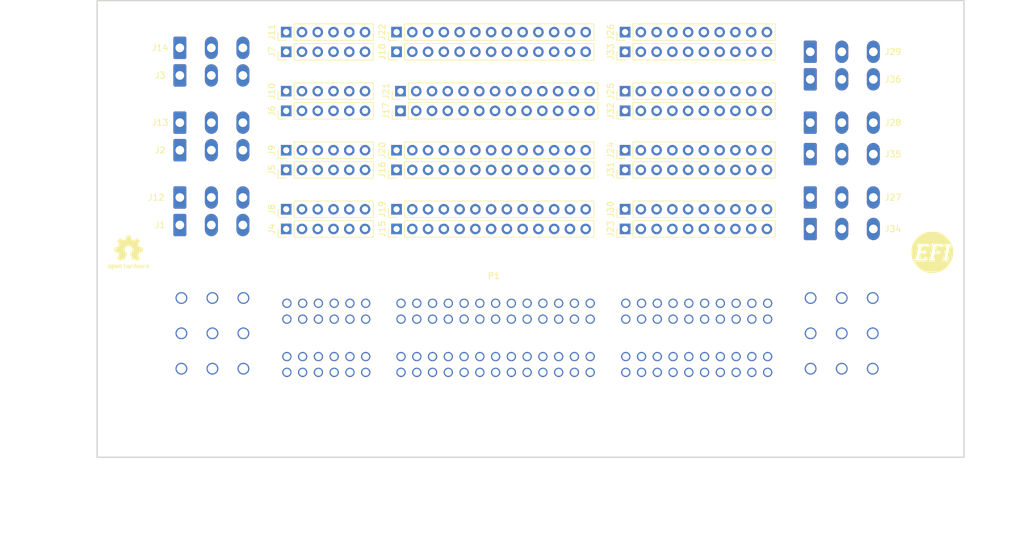
<source format=kicad_pcb>
(kicad_pcb (version 20171130) (host pcbnew "(5.1.4)-1")
  (title_block (title "Breakout board") (date 2019-11-04) (rev R0.1))
  (layers (0 F.Cu signal) (31 B.Cu signal) (34 B.Paste user) (35 F.Paste user) (36 B.SilkS user) (37 F.SilkS user) (38 B.Mask user) (39 F.Mask user) (44 Edge.Cuts user))
  (net 0 "")
  (net 1 "Net-(J1-Pad3)")
  (net 2 "Net-(J1-Pad2)")
  (net 3 "Net-(J1-Pad1)")
  (net 4 "Net-(J5-Pad6)")
  (net 5 "Net-(J5-Pad5)")
  (net 6 "Net-(J5-Pad4)")
  (net 7 "Net-(J5-Pad3)")
  (net 8 "Net-(J5-Pad2)")
  (net 9 "Net-(J5-Pad1)")
  (net 10 "Net-(J11-Pad6)")
  (net 11 "Net-(J11-Pad5)")
  (net 12 "Net-(J11-Pad4)")
  (net 13 "Net-(J11-Pad3)")
  (net 14 "Net-(J11-Pad2)")
  (net 15 "Net-(J11-Pad1)")
  (net 16 "Net-(J10-Pad6)")
  (net 17 "Net-(J10-Pad5)")
  (net 18 "Net-(J10-Pad4)")
  (net 19 "Net-(J10-Pad3)")
  (net 20 "Net-(J10-Pad2)")
  (net 21 "Net-(J10-Pad1)")
  (net 22 "Net-(J13-Pad3)")
  (net 23 "Net-(J13-Pad2)")
  (net 24 "Net-(J13-Pad1)")
  (net 25 "Net-(J14-Pad1)")
  (net 26 "Net-(J14-Pad2)")
  (net 27 "Net-(J14-Pad3)")
  (net 28 "Net-(J4-Pad6)")
  (net 29 "Net-(J4-Pad5)")
  (net 30 "Net-(J4-Pad4)")
  (net 31 "Net-(J4-Pad3)")
  (net 32 "Net-(J4-Pad2)")
  (net 33 "Net-(J4-Pad1)")
  (net 34 "Net-(J15-Pad13)")
  (net 35 "Net-(J15-Pad12)")
  (net 36 "Net-(J15-Pad11)")
  (net 37 "Net-(J15-Pad10)")
  (net 38 "Net-(J15-Pad9)")
  (net 39 "Net-(J15-Pad8)")
  (net 40 "Net-(J15-Pad7)")
  (net 41 "Net-(J15-Pad6)")
  (net 42 "Net-(J15-Pad5)")
  (net 43 "Net-(J15-Pad4)")
  (net 44 "Net-(J15-Pad3)")
  (net 45 "Net-(J15-Pad2)")
  (net 46 "Net-(J15-Pad1)")
  (net 47 "Net-(J16-Pad13)")
  (net 48 "Net-(J16-Pad12)")
  (net 49 "Net-(J16-Pad11)")
  (net 50 "Net-(J16-Pad10)")
  (net 51 "Net-(J16-Pad9)")
  (net 52 "Net-(J16-Pad8)")
  (net 53 "Net-(J16-Pad7)")
  (net 54 "Net-(J16-Pad6)")
  (net 55 "Net-(J16-Pad5)")
  (net 56 "Net-(J16-Pad4)")
  (net 57 "Net-(J16-Pad3)")
  (net 58 "Net-(J16-Pad2)")
  (net 59 "Net-(J16-Pad1)")
  (net 60 "Net-(J17-Pad1)")
  (net 61 "Net-(J17-Pad2)")
  (net 62 "Net-(J17-Pad3)")
  (net 63 "Net-(J17-Pad4)")
  (net 64 "Net-(J17-Pad5)")
  (net 65 "Net-(J17-Pad6)")
  (net 66 "Net-(J17-Pad7)")
  (net 67 "Net-(J17-Pad8)")
  (net 68 "Net-(J17-Pad9)")
  (net 69 "Net-(J17-Pad10)")
  (net 70 "Net-(J17-Pad11)")
  (net 71 "Net-(J17-Pad12)")
  (net 72 "Net-(J17-Pad13)")
  (net 73 "Net-(J18-Pad1)")
  (net 74 "Net-(J18-Pad2)")
  (net 75 "Net-(J18-Pad3)")
  (net 76 "Net-(J18-Pad4)")
  (net 77 "Net-(J18-Pad5)")
  (net 78 "Net-(J18-Pad6)")
  (net 79 "Net-(J18-Pad7)")
  (net 80 "Net-(J18-Pad8)")
  (net 81 "Net-(J18-Pad9)")
  (net 82 "Net-(J18-Pad10)")
  (net 83 "Net-(J18-Pad11)")
  (net 84 "Net-(J18-Pad12)")
  (net 85 "Net-(J18-Pad13)")
  (net 86 "Net-(J23-Pad10)")
  (net 87 "Net-(J23-Pad9)")
  (net 88 "Net-(J23-Pad8)")
  (net 89 "Net-(J23-Pad7)")
  (net 90 "Net-(J23-Pad6)")
  (net 91 "Net-(J23-Pad5)")
  (net 92 "Net-(J23-Pad4)")
  (net 93 "Net-(J23-Pad3)")
  (net 94 "Net-(J23-Pad2)")
  (net 95 "Net-(J23-Pad1)")
  (net 96 "Net-(J24-Pad10)")
  (net 97 "Net-(J24-Pad9)")
  (net 98 "Net-(J24-Pad8)")
  (net 99 "Net-(J24-Pad7)")
  (net 100 "Net-(J24-Pad6)")
  (net 101 "Net-(J24-Pad5)")
  (net 102 "Net-(J24-Pad4)")
  (net 103 "Net-(J24-Pad3)")
  (net 104 "Net-(J24-Pad2)")
  (net 105 "Net-(J24-Pad1)")
  (net 106 "Net-(J25-Pad1)")
  (net 107 "Net-(J25-Pad2)")
  (net 108 "Net-(J25-Pad3)")
  (net 109 "Net-(J25-Pad4)")
  (net 110 "Net-(J25-Pad5)")
  (net 111 "Net-(J25-Pad6)")
  (net 112 "Net-(J25-Pad7)")
  (net 113 "Net-(J25-Pad8)")
  (net 114 "Net-(J25-Pad9)")
  (net 115 "Net-(J25-Pad10)")
  (net 116 "Net-(J26-Pad1)")
  (net 117 "Net-(J26-Pad2)")
  (net 118 "Net-(J26-Pad3)")
  (net 119 "Net-(J26-Pad4)")
  (net 120 "Net-(J26-Pad5)")
  (net 121 "Net-(J26-Pad6)")
  (net 122 "Net-(J26-Pad7)")
  (net 123 "Net-(J26-Pad8)")
  (net 124 "Net-(J26-Pad9)")
  (net 125 "Net-(J26-Pad10)")
  (net 126 "Net-(J27-Pad3)")
  (net 127 "Net-(J27-Pad2)")
  (net 128 "Net-(J27-Pad1)")
  (net 129 "Net-(J28-Pad3)")
  (net 130 "Net-(J28-Pad2)")
  (net 131 "Net-(J28-Pad1)")
  (net 132 "Net-(J29-Pad1)")
  (net 133 "Net-(J29-Pad2)")
  (net 134 "Net-(J29-Pad3)")
  (module Connector_Phoenix_MSTB:PhoenixContact_MSTBA_2,5_3-G-5,08_1x03_P5.08mm_Horizontal (layer F.Cu) (at 89.535 71.12)
    (fp_text reference J14 (at -3.175 0) (layer F.SilkS))
    (fp_text value Conn_01x03)
    (pad 1 thru_hole roundrect (at 0 0) (size 2.08 3.6) (drill 1.4) (layers *.Cu *.Mask) (roundrect_rratio 0.120192) (net 25 "Net-(J14-Pad1)"))
    (pad 2 thru_hole oval (at 5.08 0) (size 2.08 3.6) (drill 1.4) (layers *.Cu *.Mask) (net 26 "Net-(J14-Pad2)"))
    (pad 3 thru_hole oval (at 10.16 0) (size 2.08 3.6) (drill 1.4) (layers *.Cu *.Mask) (net 27 "Net-(J14-Pad3)"))
  )
  (module Connector_Phoenix_MSTB:PhoenixContact_MSTBA_2,5_3-G-5,08_1x03_P5.08mm_Horizontal (layer F.Cu) (at 89.535 75.565)
    (fp_text reference J3 (at -3.175 0) (layer F.SilkS))
    (fp_text value Conn_01x03)
    (pad 1 thru_hole roundrect (at 0 0) (size 2.08 3.6) (drill 1.4) (layers *.Cu *.Mask) (roundrect_rratio 0.120192) (net 25 "Net-(J14-Pad1)"))
    (pad 2 thru_hole oval (at 5.08 0) (size 2.08 3.6) (drill 1.4) (layers *.Cu *.Mask) (net 26 "Net-(J14-Pad2)"))
    (pad 3 thru_hole oval (at 10.16 0) (size 2.08 3.6) (drill 1.4) (layers *.Cu *.Mask) (net 27 "Net-(J14-Pad3)"))
  )
  (module Connector_Phoenix_MSTB:PhoenixContact_MSTBA_2,5_3-G-5,08_1x03_P5.08mm_Horizontal (layer F.Cu) (at 89.535 87.63)
    (fp_text reference J2 (at -3.175 0) (layer F.SilkS))
    (fp_text value Conn_01x03)
    (pad 3 thru_hole oval (at 10.16 0) (size 2.08 3.6) (drill 1.4) (layers *.Cu *.Mask) (net 22 "Net-(J13-Pad3)"))
    (pad 2 thru_hole oval (at 5.08 0) (size 2.08 3.6) (drill 1.4) (layers *.Cu *.Mask) (net 23 "Net-(J13-Pad2)"))
    (pad 1 thru_hole roundrect (at 0 0) (size 2.08 3.6) (drill 1.4) (layers *.Cu *.Mask) (roundrect_rratio 0.120192) (net 24 "Net-(J13-Pad1)"))
  )
  (module Connector_Phoenix_MSTB:PhoenixContact_MSTBA_2,5_3-G-5,08_1x03_P5.08mm_Horizontal (layer F.Cu) (at 89.535 83.185)
    (fp_text reference J13 (at -3.175 0) (layer F.SilkS))
    (fp_text value Conn_01x03)
    (pad 3 thru_hole oval (at 10.16 0) (size 2.08 3.6) (drill 1.4) (layers *.Cu *.Mask) (net 22 "Net-(J13-Pad3)"))
    (pad 2 thru_hole oval (at 5.08 0) (size 2.08 3.6) (drill 1.4) (layers *.Cu *.Mask) (net 23 "Net-(J13-Pad2)"))
    (pad 1 thru_hole roundrect (at 0 0) (size 2.08 3.6) (drill 1.4) (layers *.Cu *.Mask) (roundrect_rratio 0.120192) (net 24 "Net-(J13-Pad1)"))
  )
  (module Connector_Phoenix_MSTB:PhoenixContact_MSTBA_2,5_3-G-5,08_1x03_P5.08mm_Horizontal (layer F.Cu) (at 89.535 95.25)
    (fp_text reference J12 (at -3.81 0) (layer F.SilkS))
    (fp_text value Conn_01x03)
    (pad 1 thru_hole roundrect (at 0 0) (size 2.08 3.6) (drill 1.4) (layers *.Cu *.Mask) (roundrect_rratio 0.120192) (net 3 "Net-(J1-Pad1)"))
    (pad 2 thru_hole oval (at 5.08 0) (size 2.08 3.6) (drill 1.4) (layers *.Cu *.Mask) (net 2 "Net-(J1-Pad2)"))
    (pad 3 thru_hole oval (at 10.16 0) (size 2.08 3.6) (drill 1.4) (layers *.Cu *.Mask) (net 1 "Net-(J1-Pad3)"))
  )
  (module Connector_Phoenix_MSTB:PhoenixContact_MSTBA_2,5_3-G-5,08_1x03_P5.08mm_Horizontal (layer F.Cu) (at 89.535 99.695)
    (fp_text reference J1 (at -3.175 0) (layer F.SilkS))
    (fp_text value Conn_01x03)
    (pad 3 thru_hole oval (at 10.16 0) (size 2.08 3.6) (drill 1.4) (layers *.Cu *.Mask) (net 1 "Net-(J1-Pad3)"))
    (pad 2 thru_hole oval (at 5.08 0) (size 2.08 3.6) (drill 1.4) (layers *.Cu *.Mask) (net 2 "Net-(J1-Pad2)"))
    (pad 1 thru_hole roundrect (at 0 0) (size 2.08 3.6) (drill 1.4) (layers *.Cu *.Mask) (roundrect_rratio 0.120192) (net 3 "Net-(J1-Pad1)"))
  )
  (module Connector_Phoenix_MSTB:PhoenixContact_MSTBA_2,5_3-G-5,08_1x03_P5.08mm_Horizontal (layer F.Cu) (at 191.135 95.25)
    (fp_text reference J27 (at 13.335 0) (layer F.SilkS))
    (fp_text value Conn_01x03)
    (pad 3 thru_hole oval (at 10.16 0) (size 2.08 3.6) (drill 1.4) (layers *.Cu *.Mask) (net 126 "Net-(J27-Pad3)"))
    (pad 2 thru_hole oval (at 5.08 0) (size 2.08 3.6) (drill 1.4) (layers *.Cu *.Mask) (net 127 "Net-(J27-Pad2)"))
    (pad 1 thru_hole roundrect (at 0 0) (size 2.08 3.6) (drill 1.4) (layers *.Cu *.Mask) (roundrect_rratio 0.120192) (net 128 "Net-(J27-Pad1)"))
  )
  (module Connector_Phoenix_MSTB:PhoenixContact_MSTBA_2,5_3-G-5,08_1x03_P5.08mm_Horizontal (layer F.Cu) (at 191.135 100.33)
    (fp_text reference J34 (at 13.335 0) (layer F.SilkS))
    (fp_text value Conn_01x03)
    (pad 1 thru_hole roundrect (at 0 0) (size 2.08 3.6) (drill 1.4) (layers *.Cu *.Mask) (roundrect_rratio 0.120192) (net 128 "Net-(J27-Pad1)"))
    (pad 2 thru_hole oval (at 5.08 0) (size 2.08 3.6) (drill 1.4) (layers *.Cu *.Mask) (net 127 "Net-(J27-Pad2)"))
    (pad 3 thru_hole oval (at 10.16 0) (size 2.08 3.6) (drill 1.4) (layers *.Cu *.Mask) (net 126 "Net-(J27-Pad3)"))
  )
  (module Connector_Phoenix_MSTB:PhoenixContact_MSTBA_2,5_3-G-5,08_1x03_P5.08mm_Horizontal (layer F.Cu) (at 191.135 83.185)
    (fp_text reference J28 (at 13.335 0) (layer F.SilkS))
    (fp_text value Conn_01x03)
    (pad 3 thru_hole oval (at 10.16 0) (size 2.08 3.6) (drill 1.4) (layers *.Cu *.Mask) (net 129 "Net-(J28-Pad3)"))
    (pad 2 thru_hole oval (at 5.08 0) (size 2.08 3.6) (drill 1.4) (layers *.Cu *.Mask) (net 130 "Net-(J28-Pad2)"))
    (pad 1 thru_hole roundrect (at 0 0) (size 2.08 3.6) (drill 1.4) (layers *.Cu *.Mask) (roundrect_rratio 0.120192) (net 131 "Net-(J28-Pad1)"))
  )
  (module Connector_Phoenix_MSTB:PhoenixContact_MSTBA_2,5_3-G-5,08_1x03_P5.08mm_Horizontal (layer F.Cu) (at 191.135 88.265)
    (fp_text reference J35 (at 13.335 0) (layer F.SilkS))
    (fp_text value Conn_01x03)
    (pad 3 thru_hole oval (at 10.16 0) (size 2.08 3.6) (drill 1.4) (layers *.Cu *.Mask) (net 129 "Net-(J28-Pad3)"))
    (pad 2 thru_hole oval (at 5.08 0) (size 2.08 3.6) (drill 1.4) (layers *.Cu *.Mask) (net 130 "Net-(J28-Pad2)"))
    (pad 1 thru_hole roundrect (at 0 0) (size 2.08 3.6) (drill 1.4) (layers *.Cu *.Mask) (roundrect_rratio 0.120192) (net 131 "Net-(J28-Pad1)"))
  )
  (module Connector_Phoenix_MSTB:PhoenixContact_MSTBA_2,5_3-G-5,08_1x03_P5.08mm_Horizontal (layer F.Cu) (at 191.135 76.2)
    (fp_text reference J36 (at 13.335 0) (layer F.SilkS))
    (fp_text value Conn_01x03)
    (pad 1 thru_hole roundrect (at 0 0) (size 2.08 3.6) (drill 1.4) (layers *.Cu *.Mask) (roundrect_rratio 0.120192) (net 132 "Net-(J29-Pad1)"))
    (pad 2 thru_hole oval (at 5.08 0) (size 2.08 3.6) (drill 1.4) (layers *.Cu *.Mask) (net 133 "Net-(J29-Pad2)"))
    (pad 3 thru_hole oval (at 10.16 0) (size 2.08 3.6) (drill 1.4) (layers *.Cu *.Mask) (net 134 "Net-(J29-Pad3)"))
  )
  (module Connector_Phoenix_MSTB:PhoenixContact_MSTBA_2,5_3-G-5,08_1x03_P5.08mm_Horizontal (layer F.Cu) (at 191.135 71.755)
    (fp_text reference J29 (at 13.335 0) (layer F.SilkS))
    (fp_text value Conn_01x03)
    (pad 1 thru_hole roundrect (at 0 0) (size 2.08 3.6) (drill 1.4) (layers *.Cu *.Mask) (roundrect_rratio 0.120192) (net 132 "Net-(J29-Pad1)"))
    (pad 2 thru_hole oval (at 5.08 0) (size 2.08 3.6) (drill 1.4) (layers *.Cu *.Mask) (net 133 "Net-(J29-Pad2)"))
    (pad 3 thru_hole oval (at 10.16 0) (size 2.08 3.6) (drill 1.4) (layers *.Cu *.Mask) (net 134 "Net-(J29-Pad3)"))
  )
  (module Connector_PinHeader_2.54mm:PinHeader_1x06_P2.54mm_Vertical (layer F.Cu) (at 106.68 100.33 90)
    (fp_text reference J4 (at 0 -2.33 90) (layer F.SilkS))
    (fp_text value Conn_01x06)
    (pad 6 thru_hole oval (at 0 12.7 90) (size 1.7 1.7) (drill 1) (layers *.Cu *.Mask) (net 28 "Net-(J4-Pad6)"))
    (pad 5 thru_hole oval (at 0 10.16 90) (size 1.7 1.7) (drill 1) (layers *.Cu *.Mask) (net 29 "Net-(J4-Pad5)"))
    (pad 4 thru_hole oval (at 0 7.62 90) (size 1.7 1.7) (drill 1) (layers *.Cu *.Mask) (net 30 "Net-(J4-Pad4)"))
    (pad 3 thru_hole oval (at 0 5.08 90) (size 1.7 1.7) (drill 1) (layers *.Cu *.Mask) (net 31 "Net-(J4-Pad3)"))
    (pad 2 thru_hole oval (at 0 2.54 90) (size 1.7 1.7) (drill 1) (layers *.Cu *.Mask) (net 32 "Net-(J4-Pad2)"))
    (pad 1 thru_hole rect (at 0 0 90) (size 1.7 1.7) (drill 1) (layers *.Cu *.Mask) (net 33 "Net-(J4-Pad1)"))
  )
  (module Connector_PinHeader_2.54mm:PinHeader_1x06_P2.54mm_Vertical (layer F.Cu) (at 106.68 90.805 90)
    (fp_text reference J5 (at 0 -2.33 90) (layer F.SilkS))
    (fp_text value Conn_01x06)
    (pad 6 thru_hole oval (at 0 12.7 90) (size 1.7 1.7) (drill 1) (layers *.Cu *.Mask) (net 4 "Net-(J5-Pad6)"))
    (pad 5 thru_hole oval (at 0 10.16 90) (size 1.7 1.7) (drill 1) (layers *.Cu *.Mask) (net 5 "Net-(J5-Pad5)"))
    (pad 4 thru_hole oval (at 0 7.62 90) (size 1.7 1.7) (drill 1) (layers *.Cu *.Mask) (net 6 "Net-(J5-Pad4)"))
    (pad 3 thru_hole oval (at 0 5.08 90) (size 1.7 1.7) (drill 1) (layers *.Cu *.Mask) (net 7 "Net-(J5-Pad3)"))
    (pad 2 thru_hole oval (at 0 2.54 90) (size 1.7 1.7) (drill 1) (layers *.Cu *.Mask) (net 8 "Net-(J5-Pad2)"))
    (pad 1 thru_hole rect (at 0 0 90) (size 1.7 1.7) (drill 1) (layers *.Cu *.Mask) (net 9 "Net-(J5-Pad1)"))
  )
  (module Connector_PinHeader_2.54mm:PinHeader_1x06_P2.54mm_Vertical (layer F.Cu) (at 106.68 81.28 90)
    (fp_text reference J6 (at 0 -2.33 90) (layer F.SilkS))
    (fp_text value Conn_01x06)
    (pad 1 thru_hole rect (at 0 0 90) (size 1.7 1.7) (drill 1) (layers *.Cu *.Mask) (net 21 "Net-(J10-Pad1)"))
    (pad 2 thru_hole oval (at 0 2.54 90) (size 1.7 1.7) (drill 1) (layers *.Cu *.Mask) (net 20 "Net-(J10-Pad2)"))
    (pad 3 thru_hole oval (at 0 5.08 90) (size 1.7 1.7) (drill 1) (layers *.Cu *.Mask) (net 19 "Net-(J10-Pad3)"))
    (pad 4 thru_hole oval (at 0 7.62 90) (size 1.7 1.7) (drill 1) (layers *.Cu *.Mask) (net 18 "Net-(J10-Pad4)"))
    (pad 5 thru_hole oval (at 0 10.16 90) (size 1.7 1.7) (drill 1) (layers *.Cu *.Mask) (net 17 "Net-(J10-Pad5)"))
    (pad 6 thru_hole oval (at 0 12.7 90) (size 1.7 1.7) (drill 1) (layers *.Cu *.Mask) (net 16 "Net-(J10-Pad6)"))
  )
  (module Connector_PinHeader_2.54mm:PinHeader_1x06_P2.54mm_Vertical (layer F.Cu) (at 106.68 71.755 90)
    (fp_text reference J7 (at 0 -2.33 90) (layer F.SilkS))
    (fp_text value Conn_01x06)
    (pad 1 thru_hole rect (at 0 0 90) (size 1.7 1.7) (drill 1) (layers *.Cu *.Mask) (net 15 "Net-(J11-Pad1)"))
    (pad 2 thru_hole oval (at 0 2.54 90) (size 1.7 1.7) (drill 1) (layers *.Cu *.Mask) (net 14 "Net-(J11-Pad2)"))
    (pad 3 thru_hole oval (at 0 5.08 90) (size 1.7 1.7) (drill 1) (layers *.Cu *.Mask) (net 13 "Net-(J11-Pad3)"))
    (pad 4 thru_hole oval (at 0 7.62 90) (size 1.7 1.7) (drill 1) (layers *.Cu *.Mask) (net 12 "Net-(J11-Pad4)"))
    (pad 5 thru_hole oval (at 0 10.16 90) (size 1.7 1.7) (drill 1) (layers *.Cu *.Mask) (net 11 "Net-(J11-Pad5)"))
    (pad 6 thru_hole oval (at 0 12.7 90) (size 1.7 1.7) (drill 1) (layers *.Cu *.Mask) (net 10 "Net-(J11-Pad6)"))
  )
  (module Connector_PinHeader_2.54mm:PinHeader_1x06_P2.54mm_Vertical (layer F.Cu) (at 106.68 97.155 90)
    (fp_text reference J8 (at 0 -2.33 90) (layer F.SilkS))
    (fp_text value Conn_01x06)
    (pad 1 thru_hole rect (at 0 0 90) (size 1.7 1.7) (drill 1) (layers *.Cu *.Mask) (net 33 "Net-(J4-Pad1)"))
    (pad 2 thru_hole oval (at 0 2.54 90) (size 1.7 1.7) (drill 1) (layers *.Cu *.Mask) (net 32 "Net-(J4-Pad2)"))
    (pad 3 thru_hole oval (at 0 5.08 90) (size 1.7 1.7) (drill 1) (layers *.Cu *.Mask) (net 31 "Net-(J4-Pad3)"))
    (pad 4 thru_hole oval (at 0 7.62 90) (size 1.7 1.7) (drill 1) (layers *.Cu *.Mask) (net 30 "Net-(J4-Pad4)"))
    (pad 5 thru_hole oval (at 0 10.16 90) (size 1.7 1.7) (drill 1) (layers *.Cu *.Mask) (net 29 "Net-(J4-Pad5)"))
    (pad 6 thru_hole oval (at 0 12.7 90) (size 1.7 1.7) (drill 1) (layers *.Cu *.Mask) (net 28 "Net-(J4-Pad6)"))
  )
  (module Connector_PinHeader_2.54mm:PinHeader_1x06_P2.54mm_Vertical (layer F.Cu) (at 106.68 87.63 90)
    (fp_text reference J9 (at 0 -2.33 90) (layer F.SilkS))
    (fp_text value Conn_01x06)
    (pad 6 thru_hole oval (at 0 12.7 90) (size 1.7 1.7) (drill 1) (layers *.Cu *.Mask) (net 4 "Net-(J5-Pad6)"))
    (pad 5 thru_hole oval (at 0 10.16 90) (size 1.7 1.7) (drill 1) (layers *.Cu *.Mask) (net 5 "Net-(J5-Pad5)"))
    (pad 4 thru_hole oval (at 0 7.62 90) (size 1.7 1.7) (drill 1) (layers *.Cu *.Mask) (net 6 "Net-(J5-Pad4)"))
    (pad 3 thru_hole oval (at 0 5.08 90) (size 1.7 1.7) (drill 1) (layers *.Cu *.Mask) (net 7 "Net-(J5-Pad3)"))
    (pad 2 thru_hole oval (at 0 2.54 90) (size 1.7 1.7) (drill 1) (layers *.Cu *.Mask) (net 8 "Net-(J5-Pad2)"))
    (pad 1 thru_hole rect (at 0 0 90) (size 1.7 1.7) (drill 1) (layers *.Cu *.Mask) (net 9 "Net-(J5-Pad1)"))
  )
  (module Connector_PinHeader_2.54mm:PinHeader_1x06_P2.54mm_Vertical (layer F.Cu) (at 106.68 78.105 90)
    (fp_text reference J10 (at 0 -2.33 90) (layer F.SilkS))
    (fp_text value Conn_01x06)
    (pad 1 thru_hole rect (at 0 0 90) (size 1.7 1.7) (drill 1) (layers *.Cu *.Mask) (net 21 "Net-(J10-Pad1)"))
    (pad 2 thru_hole oval (at 0 2.54 90) (size 1.7 1.7) (drill 1) (layers *.Cu *.Mask) (net 20 "Net-(J10-Pad2)"))
    (pad 3 thru_hole oval (at 0 5.08 90) (size 1.7 1.7) (drill 1) (layers *.Cu *.Mask) (net 19 "Net-(J10-Pad3)"))
    (pad 4 thru_hole oval (at 0 7.62 90) (size 1.7 1.7) (drill 1) (layers *.Cu *.Mask) (net 18 "Net-(J10-Pad4)"))
    (pad 5 thru_hole oval (at 0 10.16 90) (size 1.7 1.7) (drill 1) (layers *.Cu *.Mask) (net 17 "Net-(J10-Pad5)"))
    (pad 6 thru_hole oval (at 0 12.7 90) (size 1.7 1.7) (drill 1) (layers *.Cu *.Mask) (net 16 "Net-(J10-Pad6)"))
  )
  (module Connector_PinHeader_2.54mm:PinHeader_1x06_P2.54mm_Vertical (layer F.Cu) (at 106.68 68.58 90)
    (fp_text reference J11 (at 0 -2.33 90) (layer F.SilkS))
    (fp_text value Conn_01x06)
    (pad 6 thru_hole oval (at 0 12.7 90) (size 1.7 1.7) (drill 1) (layers *.Cu *.Mask) (net 10 "Net-(J11-Pad6)"))
    (pad 5 thru_hole oval (at 0 10.16 90) (size 1.7 1.7) (drill 1) (layers *.Cu *.Mask) (net 11 "Net-(J11-Pad5)"))
    (pad 4 thru_hole oval (at 0 7.62 90) (size 1.7 1.7) (drill 1) (layers *.Cu *.Mask) (net 12 "Net-(J11-Pad4)"))
    (pad 3 thru_hole oval (at 0 5.08 90) (size 1.7 1.7) (drill 1) (layers *.Cu *.Mask) (net 13 "Net-(J11-Pad3)"))
    (pad 2 thru_hole oval (at 0 2.54 90) (size 1.7 1.7) (drill 1) (layers *.Cu *.Mask) (net 14 "Net-(J11-Pad2)"))
    (pad 1 thru_hole rect (at 0 0 90) (size 1.7 1.7) (drill 1) (layers *.Cu *.Mask) (net 15 "Net-(J11-Pad1)"))
  )
  (module Connector_PinHeader_2.54mm:PinHeader_1x13_P2.54mm_Vertical (layer F.Cu) (at 124.46 100.33 90)
    (fp_text reference J15 (at 0 -2.33 90) (layer F.SilkS))
    (fp_text value Conn_01x13)
    (pad 13 thru_hole oval (at 0 30.48 90) (size 1.7 1.7) (drill 1) (layers *.Cu *.Mask) (net 34 "Net-(J15-Pad13)"))
    (pad 12 thru_hole oval (at 0 27.94 90) (size 1.7 1.7) (drill 1) (layers *.Cu *.Mask) (net 35 "Net-(J15-Pad12)"))
    (pad 11 thru_hole oval (at 0 25.4 90) (size 1.7 1.7) (drill 1) (layers *.Cu *.Mask) (net 36 "Net-(J15-Pad11)"))
    (pad 10 thru_hole oval (at 0 22.86 90) (size 1.7 1.7) (drill 1) (layers *.Cu *.Mask) (net 37 "Net-(J15-Pad10)"))
    (pad 9 thru_hole oval (at 0 20.32 90) (size 1.7 1.7) (drill 1) (layers *.Cu *.Mask) (net 38 "Net-(J15-Pad9)"))
    (pad 8 thru_hole oval (at 0 17.78 90) (size 1.7 1.7) (drill 1) (layers *.Cu *.Mask) (net 39 "Net-(J15-Pad8)"))
    (pad 7 thru_hole oval (at 0 15.24 90) (size 1.7 1.7) (drill 1) (layers *.Cu *.Mask) (net 40 "Net-(J15-Pad7)"))
    (pad 6 thru_hole oval (at 0 12.7 90) (size 1.7 1.7) (drill 1) (layers *.Cu *.Mask) (net 41 "Net-(J15-Pad6)"))
    (pad 5 thru_hole oval (at 0 10.16 90) (size 1.7 1.7) (drill 1) (layers *.Cu *.Mask) (net 42 "Net-(J15-Pad5)"))
    (pad 4 thru_hole oval (at 0 7.62 90) (size 1.7 1.7) (drill 1) (layers *.Cu *.Mask) (net 43 "Net-(J15-Pad4)"))
    (pad 3 thru_hole oval (at 0 5.08 90) (size 1.7 1.7) (drill 1) (layers *.Cu *.Mask) (net 44 "Net-(J15-Pad3)"))
    (pad 2 thru_hole oval (at 0 2.54 90) (size 1.7 1.7) (drill 1) (layers *.Cu *.Mask) (net 45 "Net-(J15-Pad2)"))
    (pad 1 thru_hole rect (at 0 0 90) (size 1.7 1.7) (drill 1) (layers *.Cu *.Mask) (net 46 "Net-(J15-Pad1)"))
  )
  (module Connector_PinHeader_2.54mm:PinHeader_1x13_P2.54mm_Vertical (layer F.Cu) (at 124.46 90.805 90)
    (fp_text reference J16 (at 0 -2.33 90) (layer F.SilkS))
    (fp_text value Conn_01x13)
    (pad 13 thru_hole oval (at 0 30.48 90) (size 1.7 1.7) (drill 1) (layers *.Cu *.Mask) (net 47 "Net-(J16-Pad13)"))
    (pad 12 thru_hole oval (at 0 27.94 90) (size 1.7 1.7) (drill 1) (layers *.Cu *.Mask) (net 48 "Net-(J16-Pad12)"))
    (pad 11 thru_hole oval (at 0 25.4 90) (size 1.7 1.7) (drill 1) (layers *.Cu *.Mask) (net 49 "Net-(J16-Pad11)"))
    (pad 10 thru_hole oval (at 0 22.86 90) (size 1.7 1.7) (drill 1) (layers *.Cu *.Mask) (net 50 "Net-(J16-Pad10)"))
    (pad 9 thru_hole oval (at 0 20.32 90) (size 1.7 1.7) (drill 1) (layers *.Cu *.Mask) (net 51 "Net-(J16-Pad9)"))
    (pad 8 thru_hole oval (at 0 17.78 90) (size 1.7 1.7) (drill 1) (layers *.Cu *.Mask) (net 52 "Net-(J16-Pad8)"))
    (pad 7 thru_hole oval (at 0 15.24 90) (size 1.7 1.7) (drill 1) (layers *.Cu *.Mask) (net 53 "Net-(J16-Pad7)"))
    (pad 6 thru_hole oval (at 0 12.7 90) (size 1.7 1.7) (drill 1) (layers *.Cu *.Mask) (net 54 "Net-(J16-Pad6)"))
    (pad 5 thru_hole oval (at 0 10.16 90) (size 1.7 1.7) (drill 1) (layers *.Cu *.Mask) (net 55 "Net-(J16-Pad5)"))
    (pad 4 thru_hole oval (at 0 7.62 90) (size 1.7 1.7) (drill 1) (layers *.Cu *.Mask) (net 56 "Net-(J16-Pad4)"))
    (pad 3 thru_hole oval (at 0 5.08 90) (size 1.7 1.7) (drill 1) (layers *.Cu *.Mask) (net 57 "Net-(J16-Pad3)"))
    (pad 2 thru_hole oval (at 0 2.54 90) (size 1.7 1.7) (drill 1) (layers *.Cu *.Mask) (net 58 "Net-(J16-Pad2)"))
    (pad 1 thru_hole rect (at 0 0 90) (size 1.7 1.7) (drill 1) (layers *.Cu *.Mask) (net 59 "Net-(J16-Pad1)"))
  )
  (module Connector_PinHeader_2.54mm:PinHeader_1x13_P2.54mm_Vertical (layer F.Cu) (at 125.095 81.28 90)
    (fp_text reference J17 (at 0 -2.33 90) (layer F.SilkS))
    (fp_text value Conn_01x13)
    (pad 1 thru_hole rect (at 0 0 90) (size 1.7 1.7) (drill 1) (layers *.Cu *.Mask) (net 60 "Net-(J17-Pad1)"))
    (pad 2 thru_hole oval (at 0 2.54 90) (size 1.7 1.7) (drill 1) (layers *.Cu *.Mask) (net 61 "Net-(J17-Pad2)"))
    (pad 3 thru_hole oval (at 0 5.08 90) (size 1.7 1.7) (drill 1) (layers *.Cu *.Mask) (net 62 "Net-(J17-Pad3)"))
    (pad 4 thru_hole oval (at 0 7.62 90) (size 1.7 1.7) (drill 1) (layers *.Cu *.Mask) (net 63 "Net-(J17-Pad4)"))
    (pad 5 thru_hole oval (at 0 10.16 90) (size 1.7 1.7) (drill 1) (layers *.Cu *.Mask) (net 64 "Net-(J17-Pad5)"))
    (pad 6 thru_hole oval (at 0 12.7 90) (size 1.7 1.7) (drill 1) (layers *.Cu *.Mask) (net 65 "Net-(J17-Pad6)"))
    (pad 7 thru_hole oval (at 0 15.24 90) (size 1.7 1.7) (drill 1) (layers *.Cu *.Mask) (net 66 "Net-(J17-Pad7)"))
    (pad 8 thru_hole oval (at 0 17.78 90) (size 1.7 1.7) (drill 1) (layers *.Cu *.Mask) (net 67 "Net-(J17-Pad8)"))
    (pad 9 thru_hole oval (at 0 20.32 90) (size 1.7 1.7) (drill 1) (layers *.Cu *.Mask) (net 68 "Net-(J17-Pad9)"))
    (pad 10 thru_hole oval (at 0 22.86 90) (size 1.7 1.7) (drill 1) (layers *.Cu *.Mask) (net 69 "Net-(J17-Pad10)"))
    (pad 11 thru_hole oval (at 0 25.4 90) (size 1.7 1.7) (drill 1) (layers *.Cu *.Mask) (net 70 "Net-(J17-Pad11)"))
    (pad 12 thru_hole oval (at 0 27.94 90) (size 1.7 1.7) (drill 1) (layers *.Cu *.Mask) (net 71 "Net-(J17-Pad12)"))
    (pad 13 thru_hole oval (at 0 30.48 90) (size 1.7 1.7) (drill 1) (layers *.Cu *.Mask) (net 72 "Net-(J17-Pad13)"))
  )
  (module Connector_PinHeader_2.54mm:PinHeader_1x13_P2.54mm_Vertical (layer F.Cu) (at 124.46 71.755 90)
    (fp_text reference J18 (at 0 -2.33 90) (layer F.SilkS))
    (fp_text value Conn_01x13)
    (pad 1 thru_hole rect (at 0 0 90) (size 1.7 1.7) (drill 1) (layers *.Cu *.Mask) (net 73 "Net-(J18-Pad1)"))
    (pad 2 thru_hole oval (at 0 2.54 90) (size 1.7 1.7) (drill 1) (layers *.Cu *.Mask) (net 74 "Net-(J18-Pad2)"))
    (pad 3 thru_hole oval (at 0 5.08 90) (size 1.7 1.7) (drill 1) (layers *.Cu *.Mask) (net 75 "Net-(J18-Pad3)"))
    (pad 4 thru_hole oval (at 0 7.62 90) (size 1.7 1.7) (drill 1) (layers *.Cu *.Mask) (net 76 "Net-(J18-Pad4)"))
    (pad 5 thru_hole oval (at 0 10.16 90) (size 1.7 1.7) (drill 1) (layers *.Cu *.Mask) (net 77 "Net-(J18-Pad5)"))
    (pad 6 thru_hole oval (at 0 12.7 90) (size 1.7 1.7) (drill 1) (layers *.Cu *.Mask) (net 78 "Net-(J18-Pad6)"))
    (pad 7 thru_hole oval (at 0 15.24 90) (size 1.7 1.7) (drill 1) (layers *.Cu *.Mask) (net 79 "Net-(J18-Pad7)"))
    (pad 8 thru_hole oval (at 0 17.78 90) (size 1.7 1.7) (drill 1) (layers *.Cu *.Mask) (net 80 "Net-(J18-Pad8)"))
    (pad 9 thru_hole oval (at 0 20.32 90) (size 1.7 1.7) (drill 1) (layers *.Cu *.Mask) (net 81 "Net-(J18-Pad9)"))
    (pad 10 thru_hole oval (at 0 22.86 90) (size 1.7 1.7) (drill 1) (layers *.Cu *.Mask) (net 82 "Net-(J18-Pad10)"))
    (pad 11 thru_hole oval (at 0 25.4 90) (size 1.7 1.7) (drill 1) (layers *.Cu *.Mask) (net 83 "Net-(J18-Pad11)"))
    (pad 12 thru_hole oval (at 0 27.94 90) (size 1.7 1.7) (drill 1) (layers *.Cu *.Mask) (net 84 "Net-(J18-Pad12)"))
    (pad 13 thru_hole oval (at 0 30.48 90) (size 1.7 1.7) (drill 1) (layers *.Cu *.Mask) (net 85 "Net-(J18-Pad13)"))
  )
  (module Connector_PinHeader_2.54mm:PinHeader_1x13_P2.54mm_Vertical (layer F.Cu) (at 124.46 97.155 90)
    (fp_text reference J19 (at 0 -2.33 90) (layer F.SilkS))
    (fp_text value Conn_01x13)
    (pad 1 thru_hole rect (at 0 0 90) (size 1.7 1.7) (drill 1) (layers *.Cu *.Mask) (net 46 "Net-(J15-Pad1)"))
    (pad 2 thru_hole oval (at 0 2.54 90) (size 1.7 1.7) (drill 1) (layers *.Cu *.Mask) (net 45 "Net-(J15-Pad2)"))
    (pad 3 thru_hole oval (at 0 5.08 90) (size 1.7 1.7) (drill 1) (layers *.Cu *.Mask) (net 44 "Net-(J15-Pad3)"))
    (pad 4 thru_hole oval (at 0 7.62 90) (size 1.7 1.7) (drill 1) (layers *.Cu *.Mask) (net 43 "Net-(J15-Pad4)"))
    (pad 5 thru_hole oval (at 0 10.16 90) (size 1.7 1.7) (drill 1) (layers *.Cu *.Mask) (net 42 "Net-(J15-Pad5)"))
    (pad 6 thru_hole oval (at 0 12.7 90) (size 1.7 1.7) (drill 1) (layers *.Cu *.Mask) (net 41 "Net-(J15-Pad6)"))
    (pad 7 thru_hole oval (at 0 15.24 90) (size 1.7 1.7) (drill 1) (layers *.Cu *.Mask) (net 40 "Net-(J15-Pad7)"))
    (pad 8 thru_hole oval (at 0 17.78 90) (size 1.7 1.7) (drill 1) (layers *.Cu *.Mask) (net 39 "Net-(J15-Pad8)"))
    (pad 9 thru_hole oval (at 0 20.32 90) (size 1.7 1.7) (drill 1) (layers *.Cu *.Mask) (net 38 "Net-(J15-Pad9)"))
    (pad 10 thru_hole oval (at 0 22.86 90) (size 1.7 1.7) (drill 1) (layers *.Cu *.Mask) (net 37 "Net-(J15-Pad10)"))
    (pad 11 thru_hole oval (at 0 25.4 90) (size 1.7 1.7) (drill 1) (layers *.Cu *.Mask) (net 36 "Net-(J15-Pad11)"))
    (pad 12 thru_hole oval (at 0 27.94 90) (size 1.7 1.7) (drill 1) (layers *.Cu *.Mask) (net 35 "Net-(J15-Pad12)"))
    (pad 13 thru_hole oval (at 0 30.48 90) (size 1.7 1.7) (drill 1) (layers *.Cu *.Mask) (net 34 "Net-(J15-Pad13)"))
  )
  (module Connector_PinHeader_2.54mm:PinHeader_1x13_P2.54mm_Vertical (layer F.Cu) (at 124.46 87.63 90)
    (fp_text reference J20 (at 0 -2.33 90) (layer F.SilkS))
    (fp_text value Conn_01x13)
    (pad 13 thru_hole oval (at 0 30.48 90) (size 1.7 1.7) (drill 1) (layers *.Cu *.Mask) (net 47 "Net-(J16-Pad13)"))
    (pad 12 thru_hole oval (at 0 27.94 90) (size 1.7 1.7) (drill 1) (layers *.Cu *.Mask) (net 48 "Net-(J16-Pad12)"))
    (pad 11 thru_hole oval (at 0 25.4 90) (size 1.7 1.7) (drill 1) (layers *.Cu *.Mask) (net 49 "Net-(J16-Pad11)"))
    (pad 10 thru_hole oval (at 0 22.86 90) (size 1.7 1.7) (drill 1) (layers *.Cu *.Mask) (net 50 "Net-(J16-Pad10)"))
    (pad 9 thru_hole oval (at 0 20.32 90) (size 1.7 1.7) (drill 1) (layers *.Cu *.Mask) (net 51 "Net-(J16-Pad9)"))
    (pad 8 thru_hole oval (at 0 17.78 90) (size 1.7 1.7) (drill 1) (layers *.Cu *.Mask) (net 52 "Net-(J16-Pad8)"))
    (pad 7 thru_hole oval (at 0 15.24 90) (size 1.7 1.7) (drill 1) (layers *.Cu *.Mask) (net 53 "Net-(J16-Pad7)"))
    (pad 6 thru_hole oval (at 0 12.7 90) (size 1.7 1.7) (drill 1) (layers *.Cu *.Mask) (net 54 "Net-(J16-Pad6)"))
    (pad 5 thru_hole oval (at 0 10.16 90) (size 1.7 1.7) (drill 1) (layers *.Cu *.Mask) (net 55 "Net-(J16-Pad5)"))
    (pad 4 thru_hole oval (at 0 7.62 90) (size 1.7 1.7) (drill 1) (layers *.Cu *.Mask) (net 56 "Net-(J16-Pad4)"))
    (pad 3 thru_hole oval (at 0 5.08 90) (size 1.7 1.7) (drill 1) (layers *.Cu *.Mask) (net 57 "Net-(J16-Pad3)"))
    (pad 2 thru_hole oval (at 0 2.54 90) (size 1.7 1.7) (drill 1) (layers *.Cu *.Mask) (net 58 "Net-(J16-Pad2)"))
    (pad 1 thru_hole rect (at 0 0 90) (size 1.7 1.7) (drill 1) (layers *.Cu *.Mask) (net 59 "Net-(J16-Pad1)"))
  )
  (module Connector_PinHeader_2.54mm:PinHeader_1x13_P2.54mm_Vertical (layer F.Cu) (at 125.095 78.105 90)
    (fp_text reference J21 (at 0 -2.33 90) (layer F.SilkS))
    (fp_text value Conn_01x13)
    (pad 1 thru_hole rect (at 0 0 90) (size 1.7 1.7) (drill 1) (layers *.Cu *.Mask) (net 60 "Net-(J17-Pad1)"))
    (pad 2 thru_hole oval (at 0 2.54 90) (size 1.7 1.7) (drill 1) (layers *.Cu *.Mask) (net 61 "Net-(J17-Pad2)"))
    (pad 3 thru_hole oval (at 0 5.08 90) (size 1.7 1.7) (drill 1) (layers *.Cu *.Mask) (net 62 "Net-(J17-Pad3)"))
    (pad 4 thru_hole oval (at 0 7.62 90) (size 1.7 1.7) (drill 1) (layers *.Cu *.Mask) (net 63 "Net-(J17-Pad4)"))
    (pad 5 thru_hole oval (at 0 10.16 90) (size 1.7 1.7) (drill 1) (layers *.Cu *.Mask) (net 64 "Net-(J17-Pad5)"))
    (pad 6 thru_hole oval (at 0 12.7 90) (size 1.7 1.7) (drill 1) (layers *.Cu *.Mask) (net 65 "Net-(J17-Pad6)"))
    (pad 7 thru_hole oval (at 0 15.24 90) (size 1.7 1.7) (drill 1) (layers *.Cu *.Mask) (net 66 "Net-(J17-Pad7)"))
    (pad 8 thru_hole oval (at 0 17.78 90) (size 1.7 1.7) (drill 1) (layers *.Cu *.Mask) (net 67 "Net-(J17-Pad8)"))
    (pad 9 thru_hole oval (at 0 20.32 90) (size 1.7 1.7) (drill 1) (layers *.Cu *.Mask) (net 68 "Net-(J17-Pad9)"))
    (pad 10 thru_hole oval (at 0 22.86 90) (size 1.7 1.7) (drill 1) (layers *.Cu *.Mask) (net 69 "Net-(J17-Pad10)"))
    (pad 11 thru_hole oval (at 0 25.4 90) (size 1.7 1.7) (drill 1) (layers *.Cu *.Mask) (net 70 "Net-(J17-Pad11)"))
    (pad 12 thru_hole oval (at 0 27.94 90) (size 1.7 1.7) (drill 1) (layers *.Cu *.Mask) (net 71 "Net-(J17-Pad12)"))
    (pad 13 thru_hole oval (at 0 30.48 90) (size 1.7 1.7) (drill 1) (layers *.Cu *.Mask) (net 72 "Net-(J17-Pad13)"))
  )
  (module Connector_PinHeader_2.54mm:PinHeader_1x13_P2.54mm_Vertical (layer F.Cu) (at 124.46 68.58 90)
    (fp_text reference J22 (at 0 -2.33 90) (layer F.SilkS))
    (fp_text value Conn_01x13)
    (pad 13 thru_hole oval (at 0 30.48 90) (size 1.7 1.7) (drill 1) (layers *.Cu *.Mask) (net 85 "Net-(J18-Pad13)"))
    (pad 12 thru_hole oval (at 0 27.94 90) (size 1.7 1.7) (drill 1) (layers *.Cu *.Mask) (net 84 "Net-(J18-Pad12)"))
    (pad 11 thru_hole oval (at 0 25.4 90) (size 1.7 1.7) (drill 1) (layers *.Cu *.Mask) (net 83 "Net-(J18-Pad11)"))
    (pad 10 thru_hole oval (at 0 22.86 90) (size 1.7 1.7) (drill 1) (layers *.Cu *.Mask) (net 82 "Net-(J18-Pad10)"))
    (pad 9 thru_hole oval (at 0 20.32 90) (size 1.7 1.7) (drill 1) (layers *.Cu *.Mask) (net 81 "Net-(J18-Pad9)"))
    (pad 8 thru_hole oval (at 0 17.78 90) (size 1.7 1.7) (drill 1) (layers *.Cu *.Mask) (net 80 "Net-(J18-Pad8)"))
    (pad 7 thru_hole oval (at 0 15.24 90) (size 1.7 1.7) (drill 1) (layers *.Cu *.Mask) (net 79 "Net-(J18-Pad7)"))
    (pad 6 thru_hole oval (at 0 12.7 90) (size 1.7 1.7) (drill 1) (layers *.Cu *.Mask) (net 78 "Net-(J18-Pad6)"))
    (pad 5 thru_hole oval (at 0 10.16 90) (size 1.7 1.7) (drill 1) (layers *.Cu *.Mask) (net 77 "Net-(J18-Pad5)"))
    (pad 4 thru_hole oval (at 0 7.62 90) (size 1.7 1.7) (drill 1) (layers *.Cu *.Mask) (net 76 "Net-(J18-Pad4)"))
    (pad 3 thru_hole oval (at 0 5.08 90) (size 1.7 1.7) (drill 1) (layers *.Cu *.Mask) (net 75 "Net-(J18-Pad3)"))
    (pad 2 thru_hole oval (at 0 2.54 90) (size 1.7 1.7) (drill 1) (layers *.Cu *.Mask) (net 74 "Net-(J18-Pad2)"))
    (pad 1 thru_hole rect (at 0 0 90) (size 1.7 1.7) (drill 1) (layers *.Cu *.Mask) (net 73 "Net-(J18-Pad1)"))
  )
  (module Connector_PinHeader_2.54mm:PinHeader_1x10_P2.54mm_Vertical (layer F.Cu) (at 161.29 100.33 90)
    (fp_text reference J23 (at 0 -2.33 90) (layer F.SilkS))
    (fp_text value Conn_01x10)
    (pad 10 thru_hole oval (at 0 22.86 90) (size 1.7 1.7) (drill 1) (layers *.Cu *.Mask) (net 86 "Net-(J23-Pad10)"))
    (pad 9 thru_hole oval (at 0 20.32 90) (size 1.7 1.7) (drill 1) (layers *.Cu *.Mask) (net 87 "Net-(J23-Pad9)"))
    (pad 8 thru_hole oval (at 0 17.78 90) (size 1.7 1.7) (drill 1) (layers *.Cu *.Mask) (net 88 "Net-(J23-Pad8)"))
    (pad 7 thru_hole oval (at 0 15.24 90) (size 1.7 1.7) (drill 1) (layers *.Cu *.Mask) (net 89 "Net-(J23-Pad7)"))
    (pad 6 thru_hole oval (at 0 12.7 90) (size 1.7 1.7) (drill 1) (layers *.Cu *.Mask) (net 90 "Net-(J23-Pad6)"))
    (pad 5 thru_hole oval (at 0 10.16 90) (size 1.7 1.7) (drill 1) (layers *.Cu *.Mask) (net 91 "Net-(J23-Pad5)"))
    (pad 4 thru_hole oval (at 0 7.62 90) (size 1.7 1.7) (drill 1) (layers *.Cu *.Mask) (net 92 "Net-(J23-Pad4)"))
    (pad 3 thru_hole oval (at 0 5.08 90) (size 1.7 1.7) (drill 1) (layers *.Cu *.Mask) (net 93 "Net-(J23-Pad3)"))
    (pad 2 thru_hole oval (at 0 2.54 90) (size 1.7 1.7) (drill 1) (layers *.Cu *.Mask) (net 94 "Net-(J23-Pad2)"))
    (pad 1 thru_hole rect (at 0 0 90) (size 1.7 1.7) (drill 1) (layers *.Cu *.Mask) (net 95 "Net-(J23-Pad1)"))
  )
  (module Connector_PinHeader_2.54mm:PinHeader_1x10_P2.54mm_Vertical (layer F.Cu) (at 161.29 87.63 90)
    (fp_text reference J24 (at 0 -2.33 90) (layer F.SilkS))
    (fp_text value Conn_01x10)
    (pad 10 thru_hole oval (at 0 22.86 90) (size 1.7 1.7) (drill 1) (layers *.Cu *.Mask) (net 96 "Net-(J24-Pad10)"))
    (pad 9 thru_hole oval (at 0 20.32 90) (size 1.7 1.7) (drill 1) (layers *.Cu *.Mask) (net 97 "Net-(J24-Pad9)"))
    (pad 8 thru_hole oval (at 0 17.78 90) (size 1.7 1.7) (drill 1) (layers *.Cu *.Mask) (net 98 "Net-(J24-Pad8)"))
    (pad 7 thru_hole oval (at 0 15.24 90) (size 1.7 1.7) (drill 1) (layers *.Cu *.Mask) (net 99 "Net-(J24-Pad7)"))
    (pad 6 thru_hole oval (at 0 12.7 90) (size 1.7 1.7) (drill 1) (layers *.Cu *.Mask) (net 100 "Net-(J24-Pad6)"))
    (pad 5 thru_hole oval (at 0 10.16 90) (size 1.7 1.7) (drill 1) (layers *.Cu *.Mask) (net 101 "Net-(J24-Pad5)"))
    (pad 4 thru_hole oval (at 0 7.62 90) (size 1.7 1.7) (drill 1) (layers *.Cu *.Mask) (net 102 "Net-(J24-Pad4)"))
    (pad 3 thru_hole oval (at 0 5.08 90) (size 1.7 1.7) (drill 1) (layers *.Cu *.Mask) (net 103 "Net-(J24-Pad3)"))
    (pad 2 thru_hole oval (at 0 2.54 90) (size 1.7 1.7) (drill 1) (layers *.Cu *.Mask) (net 104 "Net-(J24-Pad2)"))
    (pad 1 thru_hole rect (at 0 0 90) (size 1.7 1.7) (drill 1) (layers *.Cu *.Mask) (net 105 "Net-(J24-Pad1)"))
  )
  (module Connector_PinHeader_2.54mm:PinHeader_1x10_P2.54mm_Vertical (layer F.Cu) (at 161.29 78.105 90)
    (fp_text reference J25 (at 0 -2.33 90) (layer F.SilkS))
    (fp_text value Conn_01x10)
    (pad 1 thru_hole rect (at 0 0 90) (size 1.7 1.7) (drill 1) (layers *.Cu *.Mask) (net 106 "Net-(J25-Pad1)"))
    (pad 2 thru_hole oval (at 0 2.54 90) (size 1.7 1.7) (drill 1) (layers *.Cu *.Mask) (net 107 "Net-(J25-Pad2)"))
    (pad 3 thru_hole oval (at 0 5.08 90) (size 1.7 1.7) (drill 1) (layers *.Cu *.Mask) (net 108 "Net-(J25-Pad3)"))
    (pad 4 thru_hole oval (at 0 7.62 90) (size 1.7 1.7) (drill 1) (layers *.Cu *.Mask) (net 109 "Net-(J25-Pad4)"))
    (pad 5 thru_hole oval (at 0 10.16 90) (size 1.7 1.7) (drill 1) (layers *.Cu *.Mask) (net 110 "Net-(J25-Pad5)"))
    (pad 6 thru_hole oval (at 0 12.7 90) (size 1.7 1.7) (drill 1) (layers *.Cu *.Mask) (net 111 "Net-(J25-Pad6)"))
    (pad 7 thru_hole oval (at 0 15.24 90) (size 1.7 1.7) (drill 1) (layers *.Cu *.Mask) (net 112 "Net-(J25-Pad7)"))
    (pad 8 thru_hole oval (at 0 17.78 90) (size 1.7 1.7) (drill 1) (layers *.Cu *.Mask) (net 113 "Net-(J25-Pad8)"))
    (pad 9 thru_hole oval (at 0 20.32 90) (size 1.7 1.7) (drill 1) (layers *.Cu *.Mask) (net 114 "Net-(J25-Pad9)"))
    (pad 10 thru_hole oval (at 0 22.86 90) (size 1.7 1.7) (drill 1) (layers *.Cu *.Mask) (net 115 "Net-(J25-Pad10)"))
  )
  (module Connector_PinHeader_2.54mm:PinHeader_1x10_P2.54mm_Vertical (layer F.Cu) (at 161.29 68.58 90)
    (fp_text reference J26 (at 0 -2.33 90) (layer F.SilkS))
    (fp_text value Conn_01x10)
    (pad 1 thru_hole rect (at 0 0 90) (size 1.7 1.7) (drill 1) (layers *.Cu *.Mask) (net 116 "Net-(J26-Pad1)"))
    (pad 2 thru_hole oval (at 0 2.54 90) (size 1.7 1.7) (drill 1) (layers *.Cu *.Mask) (net 117 "Net-(J26-Pad2)"))
    (pad 3 thru_hole oval (at 0 5.08 90) (size 1.7 1.7) (drill 1) (layers *.Cu *.Mask) (net 118 "Net-(J26-Pad3)"))
    (pad 4 thru_hole oval (at 0 7.62 90) (size 1.7 1.7) (drill 1) (layers *.Cu *.Mask) (net 119 "Net-(J26-Pad4)"))
    (pad 5 thru_hole oval (at 0 10.16 90) (size 1.7 1.7) (drill 1) (layers *.Cu *.Mask) (net 120 "Net-(J26-Pad5)"))
    (pad 6 thru_hole oval (at 0 12.7 90) (size 1.7 1.7) (drill 1) (layers *.Cu *.Mask) (net 121 "Net-(J26-Pad6)"))
    (pad 7 thru_hole oval (at 0 15.24 90) (size 1.7 1.7) (drill 1) (layers *.Cu *.Mask) (net 122 "Net-(J26-Pad7)"))
    (pad 8 thru_hole oval (at 0 17.78 90) (size 1.7 1.7) (drill 1) (layers *.Cu *.Mask) (net 123 "Net-(J26-Pad8)"))
    (pad 9 thru_hole oval (at 0 20.32 90) (size 1.7 1.7) (drill 1) (layers *.Cu *.Mask) (net 124 "Net-(J26-Pad9)"))
    (pad 10 thru_hole oval (at 0 22.86 90) (size 1.7 1.7) (drill 1) (layers *.Cu *.Mask) (net 125 "Net-(J26-Pad10)"))
  )
  (module Connector_PinHeader_2.54mm:PinHeader_1x10_P2.54mm_Vertical (layer F.Cu) (at 161.29 97.155 90)
    (fp_text reference J30 (at 0 -2.33 90) (layer F.SilkS))
    (fp_text value Conn_01x10)
    (pad 1 thru_hole rect (at 0 0 90) (size 1.7 1.7) (drill 1) (layers *.Cu *.Mask) (net 95 "Net-(J23-Pad1)"))
    (pad 2 thru_hole oval (at 0 2.54 90) (size 1.7 1.7) (drill 1) (layers *.Cu *.Mask) (net 94 "Net-(J23-Pad2)"))
    (pad 3 thru_hole oval (at 0 5.08 90) (size 1.7 1.7) (drill 1) (layers *.Cu *.Mask) (net 93 "Net-(J23-Pad3)"))
    (pad 4 thru_hole oval (at 0 7.62 90) (size 1.7 1.7) (drill 1) (layers *.Cu *.Mask) (net 92 "Net-(J23-Pad4)"))
    (pad 5 thru_hole oval (at 0 10.16 90) (size 1.7 1.7) (drill 1) (layers *.Cu *.Mask) (net 91 "Net-(J23-Pad5)"))
    (pad 6 thru_hole oval (at 0 12.7 90) (size 1.7 1.7) (drill 1) (layers *.Cu *.Mask) (net 90 "Net-(J23-Pad6)"))
    (pad 7 thru_hole oval (at 0 15.24 90) (size 1.7 1.7) (drill 1) (layers *.Cu *.Mask) (net 89 "Net-(J23-Pad7)"))
    (pad 8 thru_hole oval (at 0 17.78 90) (size 1.7 1.7) (drill 1) (layers *.Cu *.Mask) (net 88 "Net-(J23-Pad8)"))
    (pad 9 thru_hole oval (at 0 20.32 90) (size 1.7 1.7) (drill 1) (layers *.Cu *.Mask) (net 87 "Net-(J23-Pad9)"))
    (pad 10 thru_hole oval (at 0 22.86 90) (size 1.7 1.7) (drill 1) (layers *.Cu *.Mask) (net 86 "Net-(J23-Pad10)"))
  )
  (module Connector_PinHeader_2.54mm:PinHeader_1x10_P2.54mm_Vertical (layer F.Cu) (at 161.29 90.805 90)
    (fp_text reference J31 (at 0 -2.33 90) (layer F.SilkS))
    (fp_text value Conn_01x10)
    (pad 10 thru_hole oval (at 0 22.86 90) (size 1.7 1.7) (drill 1) (layers *.Cu *.Mask) (net 96 "Net-(J24-Pad10)"))
    (pad 9 thru_hole oval (at 0 20.32 90) (size 1.7 1.7) (drill 1) (layers *.Cu *.Mask) (net 97 "Net-(J24-Pad9)"))
    (pad 8 thru_hole oval (at 0 17.78 90) (size 1.7 1.7) (drill 1) (layers *.Cu *.Mask) (net 98 "Net-(J24-Pad8)"))
    (pad 7 thru_hole oval (at 0 15.24 90) (size 1.7 1.7) (drill 1) (layers *.Cu *.Mask) (net 99 "Net-(J24-Pad7)"))
    (pad 6 thru_hole oval (at 0 12.7 90) (size 1.7 1.7) (drill 1) (layers *.Cu *.Mask) (net 100 "Net-(J24-Pad6)"))
    (pad 5 thru_hole oval (at 0 10.16 90) (size 1.7 1.7) (drill 1) (layers *.Cu *.Mask) (net 101 "Net-(J24-Pad5)"))
    (pad 4 thru_hole oval (at 0 7.62 90) (size 1.7 1.7) (drill 1) (layers *.Cu *.Mask) (net 102 "Net-(J24-Pad4)"))
    (pad 3 thru_hole oval (at 0 5.08 90) (size 1.7 1.7) (drill 1) (layers *.Cu *.Mask) (net 103 "Net-(J24-Pad3)"))
    (pad 2 thru_hole oval (at 0 2.54 90) (size 1.7 1.7) (drill 1) (layers *.Cu *.Mask) (net 104 "Net-(J24-Pad2)"))
    (pad 1 thru_hole rect (at 0 0 90) (size 1.7 1.7) (drill 1) (layers *.Cu *.Mask) (net 105 "Net-(J24-Pad1)"))
  )
  (module Connector_PinHeader_2.54mm:PinHeader_1x10_P2.54mm_Vertical (layer F.Cu) (at 161.29 81.28 90)
    (fp_text reference J32 (at 0 -2.33 90) (layer F.SilkS))
    (fp_text value Conn_01x10)
    (pad 1 thru_hole rect (at 0 0 90) (size 1.7 1.7) (drill 1) (layers *.Cu *.Mask) (net 106 "Net-(J25-Pad1)"))
    (pad 2 thru_hole oval (at 0 2.54 90) (size 1.7 1.7) (drill 1) (layers *.Cu *.Mask) (net 107 "Net-(J25-Pad2)"))
    (pad 3 thru_hole oval (at 0 5.08 90) (size 1.7 1.7) (drill 1) (layers *.Cu *.Mask) (net 108 "Net-(J25-Pad3)"))
    (pad 4 thru_hole oval (at 0 7.62 90) (size 1.7 1.7) (drill 1) (layers *.Cu *.Mask) (net 109 "Net-(J25-Pad4)"))
    (pad 5 thru_hole oval (at 0 10.16 90) (size 1.7 1.7) (drill 1) (layers *.Cu *.Mask) (net 110 "Net-(J25-Pad5)"))
    (pad 6 thru_hole oval (at 0 12.7 90) (size 1.7 1.7) (drill 1) (layers *.Cu *.Mask) (net 111 "Net-(J25-Pad6)"))
    (pad 7 thru_hole oval (at 0 15.24 90) (size 1.7 1.7) (drill 1) (layers *.Cu *.Mask) (net 112 "Net-(J25-Pad7)"))
    (pad 8 thru_hole oval (at 0 17.78 90) (size 1.7 1.7) (drill 1) (layers *.Cu *.Mask) (net 113 "Net-(J25-Pad8)"))
    (pad 9 thru_hole oval (at 0 20.32 90) (size 1.7 1.7) (drill 1) (layers *.Cu *.Mask) (net 114 "Net-(J25-Pad9)"))
    (pad 10 thru_hole oval (at 0 22.86 90) (size 1.7 1.7) (drill 1) (layers *.Cu *.Mask) (net 115 "Net-(J25-Pad10)"))
  )
  (module Connector_PinHeader_2.54mm:PinHeader_1x10_P2.54mm_Vertical (layer F.Cu) (at 161.29 71.755 90)
    (fp_text reference J33 (at 0 -2.33 90) (layer F.SilkS))
    (fp_text value Conn_01x10)
    (pad 10 thru_hole oval (at 0 22.86 90) (size 1.7 1.7) (drill 1) (layers *.Cu *.Mask) (net 125 "Net-(J26-Pad10)"))
    (pad 9 thru_hole oval (at 0 20.32 90) (size 1.7 1.7) (drill 1) (layers *.Cu *.Mask) (net 124 "Net-(J26-Pad9)"))
    (pad 8 thru_hole oval (at 0 17.78 90) (size 1.7 1.7) (drill 1) (layers *.Cu *.Mask) (net 123 "Net-(J26-Pad8)"))
    (pad 7 thru_hole oval (at 0 15.24 90) (size 1.7 1.7) (drill 1) (layers *.Cu *.Mask) (net 122 "Net-(J26-Pad7)"))
    (pad 6 thru_hole oval (at 0 12.7 90) (size 1.7 1.7) (drill 1) (layers *.Cu *.Mask) (net 121 "Net-(J26-Pad6)"))
    (pad 5 thru_hole oval (at 0 10.16 90) (size 1.7 1.7) (drill 1) (layers *.Cu *.Mask) (net 120 "Net-(J26-Pad5)"))
    (pad 4 thru_hole oval (at 0 7.62 90) (size 1.7 1.7) (drill 1) (layers *.Cu *.Mask) (net 119 "Net-(J26-Pad4)"))
    (pad 3 thru_hole oval (at 0 5.08 90) (size 1.7 1.7) (drill 1) (layers *.Cu *.Mask) (net 118 "Net-(J26-Pad3)"))
    (pad 2 thru_hole oval (at 0 2.54 90) (size 1.7 1.7) (drill 1) (layers *.Cu *.Mask) (net 117 "Net-(J26-Pad2)"))
    (pad 1 thru_hole rect (at 0 0 90) (size 1.7 1.7) (drill 1) (layers *.Cu *.Mask) (net 116 "Net-(J26-Pad1)"))
  )
  (module rusEFI:LOGO (layer F.Cu) (at 210.82 104.14)
    (fp_text reference LOGO1 hide)
    (fp_text value DNP hide)
  )
  (module Symbol:OSHW-Logo2_7.3x6mm_SilkScreen (layer F.Cu) (at 81.28 104.14)
    (fp_text reference LOGO2 hide)
    (fp_text value DNP hide)
  )
  (module 134pin_7-967288-1_KC5_FOOTPRINT:7-967288-1_134-pin-connector (layer F.Cu) (at 80.645 125.095)
    (fp_text reference P1 (at 59.5 -17.2) (layer F.SilkS))
    (fp_text value 134pin_7-967288-1_KC5)
    (pad 101 thru_hole circle (at 9.145 -2.225) (size 1.9 1.9) (drill 1.5) (layers *.Cu *.Mask) (net 3 "Net-(J1-Pad1)"))
    (pad 102 thru_hole circle (at 14.14 -2.225) (size 1.9 1.9) (drill 1.5) (layers *.Cu *.Mask) (net 2 "Net-(J1-Pad2)"))
    (pad 103 thru_hole circle (at 19.136 -2.225) (size 1.9 1.9) (drill 1.5) (layers *.Cu *.Mask) (net 1 "Net-(J1-Pad3)"))
    (pad 104 thru_hole circle (at 9.145 -7.926) (size 1.9 1.9) (drill 1.5) (layers *.Cu *.Mask) (net 24 "Net-(J13-Pad1)"))
    (pad 105 thru_hole circle (at 14.14 -7.926) (size 1.9 1.9) (drill 1.5) (layers *.Cu *.Mask) (net 23 "Net-(J13-Pad2)"))
    (pad 106 thru_hole circle (at 19.136 -7.926) (size 1.9 1.9) (drill 1.5) (layers *.Cu *.Mask) (net 22 "Net-(J13-Pad3)"))
    (pad 107 thru_hole circle (at 9.145 -13.626) (size 1.9 1.9) (drill 1.5) (layers *.Cu *.Mask) (net 25 "Net-(J14-Pad1)"))
    (pad 108 thru_hole circle (at 14.14 -13.626) (size 1.9 1.9) (drill 1.5) (layers *.Cu *.Mask) (net 26 "Net-(J14-Pad2)"))
    (pad 109 thru_hole circle (at 19.136 -13.626) (size 1.9 1.9) (drill 1.5) (layers *.Cu *.Mask) (net 27 "Net-(J14-Pad3)"))
    (pad 501 thru_hole circle (at 110.542 -2.225) (size 1.9 1.9) (drill 1.5) (layers *.Cu *.Mask) (net 128 "Net-(J27-Pad1)"))
    (pad 502 thru_hole circle (at 115.559 -2.225) (size 1.9 1.9) (drill 1.5) (layers *.Cu *.Mask) (net 127 "Net-(J27-Pad2)"))
    (pad 503 thru_hole circle (at 120.554 -2.225) (size 1.9 1.9) (drill 1.5) (layers *.Cu *.Mask) (net 126 "Net-(J27-Pad3)"))
    (pad 504 thru_hole circle (at 110.542 -7.926) (size 1.9 1.9) (drill 1.5) (layers *.Cu *.Mask) (net 131 "Net-(J28-Pad1)"))
    (pad 505 thru_hole circle (at 115.559 -7.926) (size 1.9 1.9) (drill 1.5) (layers *.Cu *.Mask) (net 130 "Net-(J28-Pad2)"))
    (pad 506 thru_hole circle (at 120.554 -7.926) (size 1.9 1.9) (drill 1.5) (layers *.Cu *.Mask) (net 129 "Net-(J28-Pad3)"))
    (pad 507 thru_hole circle (at 110.542 -13.626) (size 1.9 1.9) (drill 1.5) (layers *.Cu *.Mask) (net 132 "Net-(J29-Pad1)"))
    (pad 508 thru_hole circle (at 115.559 -13.626) (size 1.9 1.9) (drill 1.5) (layers *.Cu *.Mask) (net 133 "Net-(J29-Pad2)"))
    (pad 509 thru_hole circle (at 120.554 -13.626) (size 1.9 1.9) (drill 1.5) (layers *.Cu *.Mask) (net 134 "Net-(J29-Pad3)"))
    (pad 201 thru_hole circle (at 26.143 -1.633) (size 1.5 1.5) (drill 1.1) (layers *.Cu *.Mask) (net 33 "Net-(J4-Pad1)"))
    (pad 202 thru_hole circle (at 28.683 -1.633) (size 1.5 1.5) (drill 1.1) (layers *.Cu *.Mask) (net 32 "Net-(J4-Pad2)"))
    (pad 203 thru_hole circle (at 31.223 -1.633) (size 1.5 1.5) (drill 1.1) (layers *.Cu *.Mask) (net 31 "Net-(J4-Pad3)"))
    (pad 204 thru_hole circle (at 33.763 -1.633) (size 1.5 1.5) (drill 1.1) (layers *.Cu *.Mask) (net 30 "Net-(J4-Pad4)"))
    (pad 205 thru_hole circle (at 36.304 -1.633) (size 1.5 1.5) (drill 1.1) (layers *.Cu *.Mask) (net 29 "Net-(J4-Pad5)"))
    (pad 206 thru_hole circle (at 38.844 -1.633) (size 1.5 1.5) (drill 1.1) (layers *.Cu *.Mask) (net 28 "Net-(J4-Pad6)"))
    (pad 207 thru_hole circle (at 26.143 -4.176) (size 1.5 1.5) (drill 1.1) (layers *.Cu *.Mask) (net 9 "Net-(J5-Pad1)"))
    (pad 208 thru_hole circle (at 28.683 -4.176) (size 1.5 1.5) (drill 1.1) (layers *.Cu *.Mask) (net 8 "Net-(J5-Pad2)"))
    (pad 209 thru_hole circle (at 31.223 -4.176) (size 1.5 1.5) (drill 1.1) (layers *.Cu *.Mask) (net 7 "Net-(J5-Pad3)"))
    (pad 210 thru_hole circle (at 33.763 -4.176) (size 1.5 1.5) (drill 1.1) (layers *.Cu *.Mask) (net 6 "Net-(J5-Pad4)"))
    (pad 211 thru_hole circle (at 36.304 -4.176) (size 1.5 1.5) (drill 1.1) (layers *.Cu *.Mask) (net 5 "Net-(J5-Pad5)"))
    (pad 212 thru_hole circle (at 38.844 -4.176) (size 1.5 1.5) (drill 1.1) (layers *.Cu *.Mask) (net 4 "Net-(J5-Pad6)"))
    (pad 213 thru_hole circle (at 26.143 -10.215) (size 1.5 1.5) (drill 1.1) (layers *.Cu *.Mask) (net 21 "Net-(J10-Pad1)"))
    (pad 214 thru_hole circle (at 28.683 -10.215) (size 1.5 1.5) (drill 1.1) (layers *.Cu *.Mask) (net 20 "Net-(J10-Pad2)"))
    (pad 215 thru_hole circle (at 31.223 -10.215) (size 1.5 1.5) (drill 1.1) (layers *.Cu *.Mask) (net 19 "Net-(J10-Pad3)"))
    (pad 216 thru_hole circle (at 33.763 -10.215) (size 1.5 1.5) (drill 1.1) (layers *.Cu *.Mask) (net 18 "Net-(J10-Pad4)"))
    (pad 217 thru_hole circle (at 36.304 -10.215) (size 1.5 1.5) (drill 1.1) (layers *.Cu *.Mask) (net 17 "Net-(J10-Pad5)"))
    (pad 218 thru_hole circle (at 38.844 -10.215) (size 1.5 1.5) (drill 1.1) (layers *.Cu *.Mask) (net 16 "Net-(J10-Pad6)"))
    (pad 219 thru_hole circle (at 26.143 -12.778) (size 1.5 1.5) (drill 1.1) (layers *.Cu *.Mask) (net 15 "Net-(J11-Pad1)"))
    (pad 220 thru_hole circle (at 28.683 -12.778) (size 1.5 1.5) (drill 1.1) (layers *.Cu *.Mask) (net 14 "Net-(J11-Pad2)"))
    (pad 221 thru_hole circle (at 31.223 -12.778) (size 1.5 1.5) (drill 1.1) (layers *.Cu *.Mask) (net 13 "Net-(J11-Pad3)"))
    (pad 222 thru_hole circle (at 33.763 -12.778) (size 1.5 1.5) (drill 1.1) (layers *.Cu *.Mask) (net 12 "Net-(J11-Pad4)"))
    (pad 223 thru_hole circle (at 36.304 -12.778) (size 1.5 1.5) (drill 1.1) (layers *.Cu *.Mask) (net 11 "Net-(J11-Pad5)"))
    (pad 224 thru_hole circle (at 38.844 -12.778) (size 1.5 1.5) (drill 1.1) (layers *.Cu *.Mask) (net 10 "Net-(J11-Pad6)"))
    (pad 301 thru_hole circle (at 44.538 -1.633) (size 1.5 1.5) (drill 1.1) (layers *.Cu *.Mask) (net 46 "Net-(J15-Pad1)"))
    (pad 302 thru_hole circle (at 47.078 -1.633) (size 1.5 1.5) (drill 1.1) (layers *.Cu *.Mask) (net 45 "Net-(J15-Pad2)"))
    (pad 303 thru_hole circle (at 49.618 -1.633) (size 1.5 1.5) (drill 1.1) (layers *.Cu *.Mask) (net 44 "Net-(J15-Pad3)"))
    (pad 304 thru_hole circle (at 52.158 -1.633) (size 1.5 1.5) (drill 1.1) (layers *.Cu *.Mask) (net 43 "Net-(J15-Pad4)"))
    (pad 305 thru_hole circle (at 54.699 -1.633) (size 1.5 1.5) (drill 1.1) (layers *.Cu *.Mask) (net 42 "Net-(J15-Pad5)"))
    (pad 306 thru_hole circle (at 57.239 -1.633) (size 1.5 1.5) (drill 1.1) (layers *.Cu *.Mask) (net 41 "Net-(J15-Pad6)"))
    (pad 307 thru_hole circle (at 59.779 -1.633) (size 1.5 1.5) (drill 1.1) (layers *.Cu *.Mask) (net 40 "Net-(J15-Pad7)"))
    (pad 308 thru_hole circle (at 62.319 -1.633) (size 1.5 1.5) (drill 1.1) (layers *.Cu *.Mask) (net 39 "Net-(J15-Pad8)"))
    (pad 309 thru_hole circle (at 64.86 -1.633) (size 1.5 1.5) (drill 1.1) (layers *.Cu *.Mask) (net 38 "Net-(J15-Pad9)"))
    (pad 310 thru_hole circle (at 67.4 -1.633) (size 1.5 1.5) (drill 1.1) (layers *.Cu *.Mask) (net 37 "Net-(J15-Pad10)"))
    (pad 311 thru_hole circle (at 69.94 -1.633) (size 1.5 1.5) (drill 1.1) (layers *.Cu *.Mask) (net 36 "Net-(J15-Pad11)"))
    (pad 312 thru_hole circle (at 72.48 -1.633) (size 1.5 1.5) (drill 1.1) (layers *.Cu *.Mask) (net 35 "Net-(J15-Pad12)"))
    (pad 313 thru_hole circle (at 75.02 -1.633) (size 1.5 1.5) (drill 1.1) (layers *.Cu *.Mask) (net 34 "Net-(J15-Pad13)"))
    (pad 314 thru_hole circle (at 44.538 -4.176) (size 1.5 1.5) (drill 1.1) (layers *.Cu *.Mask) (net 59 "Net-(J16-Pad1)"))
    (pad 315 thru_hole circle (at 47.078 -4.176) (size 1.5 1.5) (drill 1.1) (layers *.Cu *.Mask) (net 58 "Net-(J16-Pad2)"))
    (pad 316 thru_hole circle (at 49.618 -4.176) (size 1.5 1.5) (drill 1.1) (layers *.Cu *.Mask) (net 57 "Net-(J16-Pad3)"))
    (pad 317 thru_hole circle (at 52.158 -4.176) (size 1.5 1.5) (drill 1.1) (layers *.Cu *.Mask) (net 56 "Net-(J16-Pad4)"))
    (pad 318 thru_hole circle (at 54.699 -4.176) (size 1.5 1.5) (drill 1.1) (layers *.Cu *.Mask) (net 55 "Net-(J16-Pad5)"))
    (pad 319 thru_hole circle (at 57.239 -4.176) (size 1.5 1.5) (drill 1.1) (layers *.Cu *.Mask) (net 54 "Net-(J16-Pad6)"))
    (pad 320 thru_hole circle (at 59.779 -4.176) (size 1.5 1.5) (drill 1.1) (layers *.Cu *.Mask) (net 53 "Net-(J16-Pad7)"))
    (pad 321 thru_hole circle (at 62.319 -4.176) (size 1.5 1.5) (drill 1.1) (layers *.Cu *.Mask) (net 52 "Net-(J16-Pad8)"))
    (pad 322 thru_hole circle (at 64.86 -4.176) (size 1.5 1.5) (drill 1.1) (layers *.Cu *.Mask) (net 51 "Net-(J16-Pad9)"))
    (pad 323 thru_hole circle (at 67.4 -4.176) (size 1.5 1.5) (drill 1.1) (layers *.Cu *.Mask) (net 50 "Net-(J16-Pad10)"))
    (pad 324 thru_hole circle (at 69.94 -4.176) (size 1.5 1.5) (drill 1.1) (layers *.Cu *.Mask) (net 49 "Net-(J16-Pad11)"))
    (pad 325 thru_hole circle (at 72.48 -4.176) (size 1.5 1.5) (drill 1.1) (layers *.Cu *.Mask) (net 48 "Net-(J16-Pad12)"))
    (pad 326 thru_hole circle (at 75.02 -4.176) (size 1.5 1.5) (drill 1.1) (layers *.Cu *.Mask) (net 47 "Net-(J16-Pad13)"))
    (pad 327 thru_hole circle (at 44.538 -10.215) (size 1.5 1.5) (drill 1.1) (layers *.Cu *.Mask) (net 60 "Net-(J17-Pad1)"))
    (pad 328 thru_hole circle (at 47.078 -10.215) (size 1.5 1.5) (drill 1.1) (layers *.Cu *.Mask) (net 61 "Net-(J17-Pad2)"))
    (pad 329 thru_hole circle (at 49.618 -10.215) (size 1.5 1.5) (drill 1.1) (layers *.Cu *.Mask) (net 62 "Net-(J17-Pad3)"))
    (pad 330 thru_hole circle (at 52.158 -10.215) (size 1.5 1.5) (drill 1.1) (layers *.Cu *.Mask) (net 63 "Net-(J17-Pad4)"))
    (pad 331 thru_hole circle (at 54.699 -10.215) (size 1.5 1.5) (drill 1.1) (layers *.Cu *.Mask) (net 64 "Net-(J17-Pad5)"))
    (pad 332 thru_hole circle (at 57.239 -10.215) (size 1.5 1.5) (drill 1.1) (layers *.Cu *.Mask) (net 65 "Net-(J17-Pad6)"))
    (pad 333 thru_hole circle (at 59.779 -10.215) (size 1.5 1.5) (drill 1.1) (layers *.Cu *.Mask) (net 66 "Net-(J17-Pad7)"))
    (pad 334 thru_hole circle (at 62.319 -10.215) (size 1.5 1.5) (drill 1.1) (layers *.Cu *.Mask) (net 67 "Net-(J17-Pad8)"))
    (pad 335 thru_hole circle (at 64.86 -10.215) (size 1.5 1.5) (drill 1.1) (layers *.Cu *.Mask) (net 68 "Net-(J17-Pad9)"))
    (pad 336 thru_hole circle (at 67.4 -10.215) (size 1.5 1.5) (drill 1.1) (layers *.Cu *.Mask) (net 69 "Net-(J17-Pad10)"))
    (pad 337 thru_hole circle (at 69.94 -10.215) (size 1.5 1.5) (drill 1.1) (layers *.Cu *.Mask) (net 70 "Net-(J17-Pad11)"))
    (pad 338 thru_hole circle (at 72.48 -10.215) (size 1.5 1.5) (drill 1.1) (layers *.Cu *.Mask) (net 71 "Net-(J17-Pad12)"))
    (pad 339 thru_hole circle (at 75.02 -10.215) (size 1.5 1.5) (drill 1.1) (layers *.Cu *.Mask) (net 72 "Net-(J17-Pad13)"))
    (pad 340 thru_hole circle (at 44.538 -12.778) (size 1.5 1.5) (drill 1.1) (layers *.Cu *.Mask) (net 73 "Net-(J18-Pad1)"))
    (pad 341 thru_hole circle (at 47.078 -12.778) (size 1.5 1.5) (drill 1.1) (layers *.Cu *.Mask) (net 74 "Net-(J18-Pad2)"))
    (pad 342 thru_hole circle (at 49.618 -12.778) (size 1.5 1.5) (drill 1.1) (layers *.Cu *.Mask) (net 75 "Net-(J18-Pad3)"))
    (pad 343 thru_hole circle (at 52.158 -12.778) (size 1.5 1.5) (drill 1.1) (layers *.Cu *.Mask) (net 76 "Net-(J18-Pad4)"))
    (pad 344 thru_hole circle (at 54.699 -12.778) (size 1.5 1.5) (drill 1.1) (layers *.Cu *.Mask) (net 77 "Net-(J18-Pad5)"))
    (pad 345 thru_hole circle (at 57.239 -12.778) (size 1.5 1.5) (drill 1.1) (layers *.Cu *.Mask) (net 78 "Net-(J18-Pad6)"))
    (pad 346 thru_hole circle (at 59.779 -12.778) (size 1.5 1.5) (drill 1.1) (layers *.Cu *.Mask) (net 79 "Net-(J18-Pad7)"))
    (pad 347 thru_hole circle (at 62.319 -12.778) (size 1.5 1.5) (drill 1.1) (layers *.Cu *.Mask) (net 80 "Net-(J18-Pad8)"))
    (pad 348 thru_hole circle (at 64.86 -12.778) (size 1.5 1.5) (drill 1.1) (layers *.Cu *.Mask) (net 81 "Net-(J18-Pad9)"))
    (pad 349 thru_hole circle (at 67.4 -12.778) (size 1.5 1.5) (drill 1.1) (layers *.Cu *.Mask) (net 82 "Net-(J18-Pad10)"))
    (pad 350 thru_hole circle (at 69.94 -12.778) (size 1.5 1.5) (drill 1.1) (layers *.Cu *.Mask) (net 83 "Net-(J18-Pad11)"))
    (pad 351 thru_hole circle (at 72.48 -12.778) (size 1.5 1.5) (drill 1.1) (layers *.Cu *.Mask) (net 84 "Net-(J18-Pad12)"))
    (pad 352 thru_hole circle (at 75.02 -12.778) (size 1.5 1.5) (drill 1.1) (layers *.Cu *.Mask) (net 85 "Net-(J18-Pad13)"))
    (pad 401 thru_hole circle (at 80.758 -1.633) (size 1.5 1.5) (drill 1.1) (layers *.Cu *.Mask) (net 95 "Net-(J23-Pad1)"))
    (pad 402 thru_hole circle (at 83.298 -1.633) (size 1.5 1.5) (drill 1.1) (layers *.Cu *.Mask) (net 94 "Net-(J23-Pad2)"))
    (pad 403 thru_hole circle (at 85.838 -1.633) (size 1.5 1.5) (drill 1.1) (layers *.Cu *.Mask) (net 93 "Net-(J23-Pad3)"))
    (pad 404 thru_hole circle (at 88.378 -1.633) (size 1.5 1.5) (drill 1.1) (layers *.Cu *.Mask) (net 92 "Net-(J23-Pad4)"))
    (pad 405 thru_hole circle (at 90.918 -1.633) (size 1.5 1.5) (drill 1.1) (layers *.Cu *.Mask) (net 91 "Net-(J23-Pad5)"))
    (pad 406 thru_hole circle (at 93.459 -1.633) (size 1.5 1.5) (drill 1.1) (layers *.Cu *.Mask) (net 90 "Net-(J23-Pad6)"))
    (pad 407 thru_hole circle (at 95.999 -1.633) (size 1.5 1.5) (drill 1.1) (layers *.Cu *.Mask) (net 89 "Net-(J23-Pad7)"))
    (pad 408 thru_hole circle (at 98.539 -1.633) (size 1.5 1.5) (drill 1.1) (layers *.Cu *.Mask) (net 88 "Net-(J23-Pad8)"))
    (pad 409 thru_hole circle (at 101.079 -1.633) (size 1.5 1.5) (drill 1.1) (layers *.Cu *.Mask) (net 87 "Net-(J23-Pad9)"))
    (pad 410 thru_hole circle (at 103.62 -1.633) (size 1.5 1.5) (drill 1.1) (layers *.Cu *.Mask) (net 86 "Net-(J23-Pad10)"))
    (pad 411 thru_hole circle (at 80.758 -4.176) (size 1.5 1.5) (drill 1.1) (layers *.Cu *.Mask) (net 105 "Net-(J24-Pad1)"))
    (pad 412 thru_hole circle (at 83.298 -4.176) (size 1.5 1.5) (drill 1.1) (layers *.Cu *.Mask) (net 104 "Net-(J24-Pad2)"))
    (pad 413 thru_hole circle (at 85.838 -4.176) (size 1.5 1.5) (drill 1.1) (layers *.Cu *.Mask) (net 103 "Net-(J24-Pad3)"))
    (pad 414 thru_hole circle (at 88.378 -4.176) (size 1.5 1.5) (drill 1.1) (layers *.Cu *.Mask) (net 102 "Net-(J24-Pad4)"))
    (pad 415 thru_hole circle (at 90.918 -4.176) (size 1.5 1.5) (drill 1.1) (layers *.Cu *.Mask) (net 101 "Net-(J24-Pad5)"))
    (pad 416 thru_hole circle (at 93.459 -4.176) (size 1.5 1.5) (drill 1.1) (layers *.Cu *.Mask) (net 100 "Net-(J24-Pad6)"))
    (pad 417 thru_hole circle (at 95.999 -4.176) (size 1.5 1.5) (drill 1.1) (layers *.Cu *.Mask) (net 99 "Net-(J24-Pad7)"))
    (pad 418 thru_hole circle (at 98.539 -4.176) (size 1.5 1.5) (drill 1.1) (layers *.Cu *.Mask) (net 98 "Net-(J24-Pad8)"))
    (pad 419 thru_hole circle (at 101.079 -4.176) (size 1.5 1.5) (drill 1.1) (layers *.Cu *.Mask) (net 97 "Net-(J24-Pad9)"))
    (pad 420 thru_hole circle (at 103.62 -4.176) (size 1.5 1.5) (drill 1.1) (layers *.Cu *.Mask) (net 96 "Net-(J24-Pad10)"))
    (pad 421 thru_hole circle (at 80.758 -10.215) (size 1.5 1.5) (drill 1.1) (layers *.Cu *.Mask) (net 106 "Net-(J25-Pad1)"))
    (pad 422 thru_hole circle (at 83.298 -10.215) (size 1.5 1.5) (drill 1.1) (layers *.Cu *.Mask) (net 107 "Net-(J25-Pad2)"))
    (pad 423 thru_hole circle (at 85.838 -10.215) (size 1.5 1.5) (drill 1.1) (layers *.Cu *.Mask) (net 108 "Net-(J25-Pad3)"))
    (pad 424 thru_hole circle (at 88.378 -10.215) (size 1.5 1.5) (drill 1.1) (layers *.Cu *.Mask) (net 109 "Net-(J25-Pad4)"))
    (pad 425 thru_hole circle (at 90.918 -10.215) (size 1.5 1.5) (drill 1.1) (layers *.Cu *.Mask) (net 110 "Net-(J25-Pad5)"))
    (pad 426 thru_hole circle (at 93.459 -10.215) (size 1.5 1.5) (drill 1.1) (layers *.Cu *.Mask) (net 111 "Net-(J25-Pad6)"))
    (pad 427 thru_hole circle (at 95.999 -10.215) (size 1.5 1.5) (drill 1.1) (layers *.Cu *.Mask) (net 112 "Net-(J25-Pad7)"))
    (pad 428 thru_hole circle (at 98.539 -10.215) (size 1.5 1.5) (drill 1.1) (layers *.Cu *.Mask) (net 113 "Net-(J25-Pad8)"))
    (pad 429 thru_hole circle (at 101.079 -10.215) (size 1.5 1.5) (drill 1.1) (layers *.Cu *.Mask) (net 114 "Net-(J25-Pad9)"))
    (pad 430 thru_hole circle (at 103.62 -10.215) (size 1.5 1.5) (drill 1.1) (layers *.Cu *.Mask) (net 115 "Net-(J25-Pad10)"))
    (pad 431 thru_hole circle (at 80.758 -12.778) (size 1.5 1.5) (drill 1.1) (layers *.Cu *.Mask) (net 116 "Net-(J26-Pad1)"))
    (pad 432 thru_hole circle (at 83.298 -12.778) (size 1.5 1.5) (drill 1.1) (layers *.Cu *.Mask) (net 117 "Net-(J26-Pad2)"))
    (pad 433 thru_hole circle (at 85.838 -12.778) (size 1.5 1.5) (drill 1.1) (layers *.Cu *.Mask) (net 118 "Net-(J26-Pad3)"))
    (pad 434 thru_hole circle (at 88.378 -12.778) (size 1.5 1.5) (drill 1.1) (layers *.Cu *.Mask) (net 119 "Net-(J26-Pad4)"))
    (pad 435 thru_hole circle (at 90.918 -12.778) (size 1.5 1.5) (drill 1.1) (layers *.Cu *.Mask) (net 120 "Net-(J26-Pad5)"))
    (pad 436 thru_hole circle (at 93.459 -12.778) (size 1.5 1.5) (drill 1.1) (layers *.Cu *.Mask) (net 121 "Net-(J26-Pad6)"))
    (pad 437 thru_hole circle (at 95.999 -12.778) (size 1.5 1.5) (drill 1.1) (layers *.Cu *.Mask) (net 122 "Net-(J26-Pad7)"))
    (pad 438 thru_hole circle (at 98.539 -12.778) (size 1.5 1.5) (drill 1.1) (layers *.Cu *.Mask) (net 123 "Net-(J26-Pad8)"))
    (pad 439 thru_hole circle (at 101.079 -12.778) (size 1.5 1.5) (drill 1.1) (layers *.Cu *.Mask) (net 124 "Net-(J26-Pad9)"))
    (pad 440 thru_hole circle (at 103.62 -12.778) (size 1.5 1.5) (drill 1.1) (layers *.Cu *.Mask) (net 125 "Net-(J26-Pad10)"))
    (pad "" np_thru_hole circle (at 128.746 4.895) (size 3.7 3.7) (drill 3.7) (layers *.Cu *.Mask))
    (pad "" np_thru_hole circle (at 2.032 4.895) (size 3.7 3.7) (drill 3.7) (layers *.Cu *.Mask))
    (pad "" np_thru_hole circle (at 0 0) (size 2.2 2.2) (drill 2.2) (layers *.Cu *.Mask))
    (pad "" np_thru_hole circle (at 130.8 0) (size 2.2 2.2) (drill 2.2) (layers *.Cu *.Mask))
  )
  (gr_line (start 76.2 63.5) (end 76.2 137.16) (layer Edge.Cuts) (width 0.2))
  (gr_line (start 215.9 63.5) (end 76.2 63.5) (layer Edge.Cuts) (width 0.2))
  (gr_line (start 215.9 137.16) (end 215.9 63.5) (layer Edge.Cuts) (width 0.2))
  (gr_line (start 76.2 137.16) (end 215.9 137.16) (layer Edge.Cuts) (width 0.2))
)
</source>
